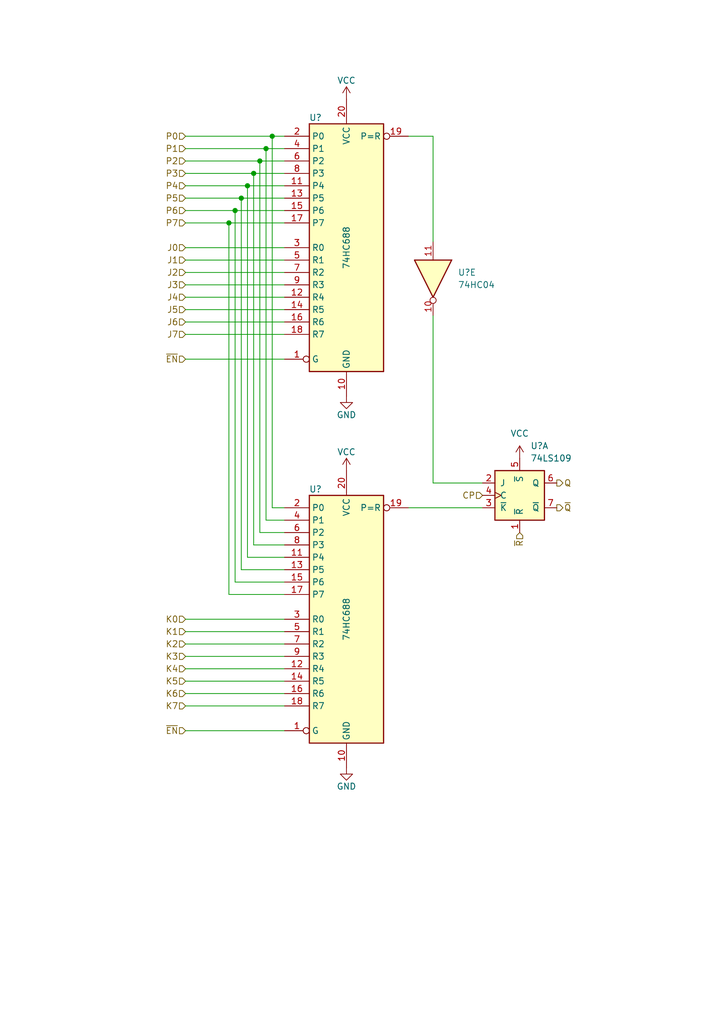
<source format=kicad_sch>
(kicad_sch (version 20231120) (generator "eeschema") (generator_version "8.0")
  (paper "A5" portrait)
  (lib_symbols
    (symbol "74xx:74HC04"
      (property "Reference" "U" (at 0 1.27 0))
      (property "Value" "74HC04" (at 0 -1.27 0))
      (symbol "74HC04_1_0"
        (polyline (pts (xy -3.81 3.81) (xy -3.81 -3.81) (xy 3.81 0) (xy -3.81 3.81)) (stroke (width 0.254)) (fill (type background)))
        (pin input line (at -7.62 0 0) (length 3.81) (name "~") (number "1"))
        (pin output inverted (at 7.62 0 180) (length 3.81) (name "~") (number "2"))
      )
      (symbol "74HC04_2_0"
        (polyline (pts (xy -3.81 3.81) (xy -3.81 -3.81) (xy 3.81 0) (xy -3.81 3.81)) (stroke (width 0.254)) (fill (type background)))
        (pin input line (at -7.62 0 0) (length 3.81) (name "~") (number "3"))
        (pin output inverted (at 7.62 0 180) (length 3.81) (name "~") (number "4"))
      )
      (symbol "74HC04_3_0"
        (polyline (pts (xy -3.81 3.81) (xy -3.81 -3.81) (xy 3.81 0) (xy -3.81 3.81)) (stroke (width 0.254)) (fill (type background)))
        (pin input line (at -7.62 0 0) (length 3.81) (name "~") (number "5"))
        (pin output inverted (at 7.62 0 180) (length 3.81) (name "~") (number "6"))
      )
      (symbol "74HC04_4_0"
        (polyline (pts (xy -3.81 3.81) (xy -3.81 -3.81) (xy 3.81 0) (xy -3.81 3.81)) (stroke (width 0.254)) (fill (type background)))
        (pin output inverted (at 7.62 0 180) (length 3.81) (name "~") (number "8"))
        (pin input line (at -7.62 0 0) (length 3.81) (name "~") (number "9"))
      )
      (symbol "74HC04_5_0"
        (polyline (pts (xy -3.81 3.81) (xy -3.81 -3.81) (xy 3.81 0) (xy -3.81 3.81)) (stroke (width 0.254)) (fill (type background)))
        (pin output inverted (at 7.62 0 180) (length 3.81) (name "~") (number "10"))
        (pin input line (at -7.62 0 0) (length 3.81) (name "~") (number "11"))
      )
      (symbol "74HC04_6_0"
        (polyline (pts (xy -3.81 3.81) (xy -3.81 -3.81) (xy 3.81 0) (xy -3.81 3.81)) (stroke (width 0.254)) (fill (type background)))
        (pin output inverted (at 7.62 0 180) (length 3.81) (name "~") (number "12"))
        (pin input line (at -7.62 0 0) (length 3.81) (name "~") (number "13"))
      )
      (symbol "74HC04_7_0"
        (pin power_in line (at 0 12.7 270) (length 5.08) (name "VCC") (number "14"))
        (pin power_in line (at 0 -12.7 90) (length 5.08) (name "GND") (number "7"))
      )
      (symbol "74HC04_7_1"
        (rectangle (start -5.08 7.62) (end 5.08 -7.62) (stroke (width 0.254)) (fill (type background)))
      )
    )
    (symbol "74xx:74HC688"
      (property "Reference" "U" (at -7.62 26.67 0))
      (property "Value" "74HC688" (at -7.62 -26.67 0))
      (symbol "74HC688_1_0"
        (pin input inverted (at -12.7 -22.86 0) (length 5.08) (name "G") (number "1"))
        (pin power_in line (at 0 -30.48 90) (length 5.08) (name "GND") (number "10"))
        (pin input line (at -12.7 12.7 0) (length 5.08) (name "P4") (number "11"))
        (pin input line (at -12.7 -10.16 0) (length 5.08) (name "R4") (number "12"))
        (pin input line (at -12.7 10.16 0) (length 5.08) (name "P5") (number "13"))
        (pin input line (at -12.7 -12.7 0) (length 5.08) (name "R5") (number "14"))
        (pin input line (at -12.7 7.62 0) (length 5.08) (name "P6") (number "15"))
        (pin input line (at -12.7 -15.24 0) (length 5.08) (name "R6") (number "16"))
        (pin input line (at -12.7 5.08 0) (length 5.08) (name "P7") (number "17"))
        (pin input line (at -12.7 -17.78 0) (length 5.08) (name "R7") (number "18"))
        (pin output inverted (at 12.7 22.86 180) (length 5.08) (name "P=R") (number "19"))
        (pin input line (at -12.7 22.86 0) (length 5.08) (name "P0") (number "2"))
        (pin power_in line (at 0 30.48 270) (length 5.08) (name "VCC") (number "20"))
        (pin input line (at -12.7 0 0) (length 5.08) (name "R0") (number "3"))
        (pin input line (at -12.7 20.32 0) (length 5.08) (name "P1") (number "4"))
        (pin input line (at -12.7 -2.54 0) (length 5.08) (name "R1") (number "5"))
        (pin input line (at -12.7 17.78 0) (length 5.08) (name "P2") (number "6"))
        (pin input line (at -12.7 -5.08 0) (length 5.08) (name "R2") (number "7"))
        (pin input line (at -12.7 15.24 0) (length 5.08) (name "P3") (number "8"))
        (pin input line (at -12.7 -7.62 0) (length 5.08) (name "R3") (number "9"))
      )
      (symbol "74HC688_1_1"
        (rectangle (start -7.62 25.4) (end 7.62 -25.4) (stroke (width 0.254)) (fill (type background)))
      )
    )
    (symbol "74xx:74LS109" (pin_names (offset 1.016))
      (property "Reference" "U" (at -7.62 8.89 0))
      (property "Value" "74LS109" (at -7.62 -8.89 0))
      (symbol "74LS109_1_0"
        (pin input line (at 0 -7.62 90) (length 2.54) (name "~{R}") (number "1"))
        (pin input line (at -7.62 2.54 0) (length 2.54) (name "J") (number "2"))
        (pin input line (at -7.62 -2.54 0) (length 2.54) (name "~{K}") (number "3"))
        (pin input clock (at -7.62 0 0) (length 2.54) (name "C") (number "4"))
        (pin input line (at 0 7.62 270) (length 2.54) (name "~{S}") (number "5"))
        (pin output line (at 7.62 2.54 180) (length 2.54) (name "Q") (number "6"))
        (pin output line (at 7.62 -2.54 180) (length 2.54) (name "~{Q}") (number "7"))
      )
      (symbol "74LS109_1_1"
        (rectangle (start -5.08 5.08) (end 5.08 -5.08) (stroke (width 0.254)) (fill (type background)))
      )
      (symbol "74LS109_2_0"
        (pin output line (at 7.62 2.54 180) (length 2.54) (name "Q") (number "10"))
        (pin input line (at 0 7.62 270) (length 2.54) (name "~{S}") (number "11"))
        (pin input clock (at -7.62 0 0) (length 2.54) (name "C") (number "12"))
        (pin input line (at -7.62 -2.54 0) (length 2.54) (name "~{K}") (number "13"))
        (pin input line (at -7.62 2.54 0) (length 2.54) (name "J") (number "14"))
        (pin input line (at 0 -7.62 90) (length 2.54) (name "~{R}") (number "15"))
        (pin output line (at 7.62 -2.54 180) (length 2.54) (name "~{Q}") (number "9"))
      )
      (symbol "74LS109_2_1"
        (rectangle (start -5.08 5.08) (end 5.08 -5.08) (stroke (width 0.254)) (fill (type background)))
      )
      (symbol "74LS109_3_0"
        (pin power_in line (at 0 10.16 270) (length 2.54) (name "VCC") (number "16"))
        (pin power_in line (at 0 -10.16 90) (length 2.54) (name "GND") (number "8"))
      )
      (symbol "74LS109_3_1"
        (rectangle (start -5.08 7.62) (end 5.08 -7.62) (stroke (width 0.254)) (fill (type background)))
      )
    )
    (symbol "power:GND" (power) (pin_numbers hide) (pin_names (offset 0) hide)
      (property "Value" "GND" (at 0 -3.81 0))
      (symbol "GND_0_1"
        (polyline (pts (xy 0 0) (xy 0 -1.27) (xy 1.27 -1.27) (xy 0 -2.54) (xy -1.27 -1.27) (xy 0 -1.27)))
      )
      (symbol "GND_1_1"
        (pin power_in line (at 0 0 270) (length 0) (name "~") (number "1"))
      )
    )
    (symbol "power:VCC" (power) (pin_numbers hide) (pin_names (offset 0) hide)
      (property "Value" "VCC" (at 0 3.556 0))
      (symbol "VCC_0_1"
        (polyline (pts (xy -0.762 1.27) (xy 0 2.54)))
        (polyline (pts (xy 0 0) (xy 0 2.54)))
        (polyline (pts (xy 0 2.54) (xy 0.762 1.27)))
      )
      (symbol "VCC_1_1"
        (pin power_in line (at 0 0 90) (length 0) (name "~") (number "1"))
      )
    )
  )
  (junction (at 54.61 30.48))
  (junction (at 46.99 45.72))
  (junction (at 48.26 43.18))
  (junction (at 52.07 35.56))
  (junction (at 50.8 38.1))
  (junction (at 49.53 40.64))
  (junction (at 55.88 27.94))
  (junction (at 53.34 33.02))
  (wire (pts (xy 88.9 27.94) (xy 88.9 49.53)))
  (wire (pts (xy 46.99 45.72) (xy 58.42 45.72)))
  (wire (pts (xy 38.1 53.34) (xy 58.42 53.34)))
  (wire (pts (xy 38.1 60.96) (xy 58.42 60.96)))
  (wire (pts (xy 38.1 40.64) (xy 49.53 40.64)))
  (wire (pts (xy 38.1 30.48) (xy 54.61 30.48)))
  (wire (pts (xy 38.1 43.18) (xy 48.26 43.18)))
  (wire (pts (xy 48.26 43.18) (xy 58.42 43.18)))
  (wire (pts (xy 49.53 40.64) (xy 58.42 40.64)))
  (wire (pts (xy 38.1 50.8) (xy 58.42 50.8)))
  (wire (pts (xy 38.1 139.7) (xy 58.42 139.7)))
  (wire (pts (xy 38.1 27.94) (xy 55.88 27.94)))
  (wire (pts (xy 38.1 149.86) (xy 58.42 149.86)))
  (wire (pts (xy 50.8 38.1) (xy 58.42 38.1)))
  (wire (pts (xy 54.61 30.48) (xy 58.42 30.48)))
  (wire (pts (xy 38.1 38.1) (xy 50.8 38.1)))
  (wire (pts (xy 38.1 45.72) (xy 46.99 45.72)))
  (wire (pts (xy 38.1 137.16) (xy 58.42 137.16)))
  (wire (pts (xy 38.1 127) (xy 58.42 127)))
  (wire (pts (xy 38.1 58.42) (xy 58.42 58.42)))
  (wire (pts (xy 58.42 121.92) (xy 46.99 121.92)))
  (wire (pts (xy 38.1 68.58) (xy 58.42 68.58)))
  (wire (pts (xy 88.9 64.77) (xy 88.9 99.06)))
  (wire (pts (xy 53.34 109.22) (xy 58.42 109.22)))
  (wire (pts (xy 52.07 111.76) (xy 52.07 35.56)))
  (wire (pts (xy 38.1 33.02) (xy 53.34 33.02)))
  (wire (pts (xy 48.26 119.38) (xy 58.42 119.38)))
  (wire (pts (xy 38.1 144.78) (xy 58.42 144.78)))
  (wire (pts (xy 50.8 38.1) (xy 50.8 114.3)))
  (wire (pts (xy 49.53 116.84) (xy 49.53 40.64)))
  (wire (pts (xy 54.61 106.68) (xy 54.61 30.48)))
  (wire (pts (xy 55.88 27.94) (xy 55.88 104.14)))
  (wire (pts (xy 52.07 35.56) (xy 58.42 35.56)))
  (wire (pts (xy 46.99 121.92) (xy 46.99 45.72)))
  (wire (pts (xy 38.1 142.24) (xy 58.42 142.24)))
  (wire (pts (xy 50.8 114.3) (xy 58.42 114.3)))
  (wire (pts (xy 83.82 104.14) (xy 99.06 104.14)))
  (wire (pts (xy 38.1 66.04) (xy 58.42 66.04)))
  (wire (pts (xy 55.88 104.14) (xy 58.42 104.14)))
  (wire (pts (xy 58.42 111.76) (xy 52.07 111.76)))
  (wire (pts (xy 48.26 43.18) (xy 48.26 119.38)))
  (wire (pts (xy 38.1 134.62) (xy 58.42 134.62)))
  (wire (pts (xy 58.42 106.68) (xy 54.61 106.68)))
  (wire (pts (xy 38.1 132.08) (xy 58.42 132.08)))
  (wire (pts (xy 38.1 63.5) (xy 58.42 63.5)))
  (wire (pts (xy 38.1 129.54) (xy 58.42 129.54)))
  (wire (pts (xy 53.34 33.02) (xy 53.34 109.22)))
  (wire (pts (xy 38.1 35.56) (xy 52.07 35.56)))
  (wire (pts (xy 83.82 27.94) (xy 88.9 27.94)))
  (wire (pts (xy 58.42 116.84) (xy 49.53 116.84)))
  (wire (pts (xy 55.88 27.94) (xy 58.42 27.94)))
  (wire (pts (xy 88.9 99.06) (xy 99.06 99.06)))
  (wire (pts (xy 38.1 73.66) (xy 58.42 73.66)))
  (wire (pts (xy 38.1 55.88) (xy 58.42 55.88)))
  (wire (pts (xy 53.34 33.02) (xy 58.42 33.02)))
  (hierarchical_label "~{EN}" (shape input) (at 38.1 73.66 180))
  (hierarchical_label "K4" (shape input) (at 38.1 137.16 180))
  (hierarchical_label "K6" (shape input) (at 38.1 142.24 180))
  (hierarchical_label "P2" (shape input) (at 38.1 33.02 180))
  (hierarchical_label "~{Q}" (shape output) (at 114.3 104.14 0))
  (hierarchical_label "K0" (shape input) (at 38.1 127 180))
  (hierarchical_label "K1" (shape input) (at 38.1 129.54 180))
  (hierarchical_label "P5" (shape input) (at 38.1 40.64 180))
  (hierarchical_label "P7" (shape input) (at 38.1 45.72 180))
  (hierarchical_label "Q" (shape output) (at 114.3 99.06 0))
  (hierarchical_label "P4" (shape input) (at 38.1 38.1 180))
  (hierarchical_label "K3" (shape input) (at 38.1 134.62 180))
  (hierarchical_label "P6" (shape input) (at 38.1 43.18 180))
  (hierarchical_label "J3" (shape input) (at 38.1 58.42 180))
  (hierarchical_label "J5" (shape input) (at 38.1 63.5 180))
  (hierarchical_label "J4" (shape input) (at 38.1 60.96 180))
  (hierarchical_label "J1" (shape input) (at 38.1 53.34 180))
  (hierarchical_label "~{EN}" (shape input) (at 38.1 149.86 180))
  (hierarchical_label "~{R}" (shape input) (at 106.68 109.22 270))
  (hierarchical_label "J2" (shape input) (at 38.1 55.88 180))
  (hierarchical_label "P3" (shape input) (at 38.1 35.56 180))
  (hierarchical_label "J6" (shape input) (at 38.1 66.04 180))
  (hierarchical_label "K7" (shape input) (at 38.1 144.78 180))
  (hierarchical_label "K5" (shape input) (at 38.1 139.7 180))
  (hierarchical_label "CP" (shape input) (at 99.06 101.6 180))
  (hierarchical_label "J0" (shape input) (at 38.1 50.8 180))
  (hierarchical_label "P1" (shape input) (at 38.1 30.48 180))
  (hierarchical_label "J7" (shape input) (at 38.1 68.58 180))
  (hierarchical_label "K2" (shape input) (at 38.1 132.08 180))
  (hierarchical_label "P0" (shape input) (at 38.1 27.94 180))
  (symbol (lib_id "74xx:74LS109") (at 106.68 101.6 0) (unit 1)
    (property "Reference" "U?" (at 108.8741 91.44 0) (effects (justify left)))
    (property "Value" "74LS109" (at 108.8741 93.98 0) (effects (justify left)))
    (property "Datasheet" "http://www.ti.com/lit/gpn/sn74LS109" (effects (hide yes)))
    (property "Description" "Dual JK Flip-Flop, Set & Reset" (effects (hide yes)))
  )
  (symbol (lib_id "power:GND") (at 71.12 157.48 0) (unit 1)
    (property "Reference" "#PWR?" (effects (hide yes)))
    (property "Value" "GND" (at 71.12 161.29 0))
    (property "Description" "Power symbol creates a global label with name \"GND\" , ground" (effects (hide yes)))
  )
  (symbol (lib_id "74xx:74HC688") (at 71.12 50.8 0) (unit 1)
    (property "Reference" "U?" (at 64.77 24.13 0))
    (property "Value" "74HC688" (at 71.12 50.8 90))
    (property "Datasheet" "https://www.ti.com/lit/ds/symlink/cd54hc688.pdf" (effects (hide yes)))
    (property "Description" "8-bit magnitude comparator" (effects (hide yes)))
  )
  (symbol (lib_id "power:GND") (at 71.12 81.28 0) (unit 1)
    (property "Reference" "#PWR?" (effects (hide yes)))
    (property "Value" "GND" (at 71.12 85.09 0))
    (property "Description" "Power symbol creates a global label with name \"GND\" , ground" (effects (hide yes)))
  )
  (symbol (lib_id "74xx:74HC688") (at 71.12 127 0) (unit 1)
    (property "Reference" "U?" (at 64.77 100.33 0))
    (property "Value" "74HC688" (at 71.12 127 90))
    (property "Datasheet" "https://www.ti.com/lit/ds/symlink/cd54hc688.pdf" (effects (hide yes)))
    (property "Description" "8-bit magnitude comparator" (effects (hide yes)))
  )
  (symbol (lib_id "power:VCC") (at 106.68 93.98 0) (unit 1)
    (property "Reference" "#PWR?" (effects (hide yes)))
    (property "Value" "VCC" (at 106.68 88.9 0))
    (property "Description" "Power symbol creates a global label with name \"VCC\"" (effects (hide yes)))
  )
  (symbol (lib_id "power:VCC") (at 71.12 20.32 0) (unit 1)
    (property "Reference" "#PWR?" (effects (hide yes)))
    (property "Value" "VCC" (at 71.12 16.51 0))
    (property "Description" "Power symbol creates a global label with name \"VCC\"" (effects (hide yes)))
  )
  (symbol (lib_id "power:VCC") (at 71.12 96.52 0) (unit 1)
    (property "Reference" "#PWR?" (effects (hide yes)))
    (property "Value" "VCC" (at 71.12 92.71 0))
    (property "Description" "Power symbol creates a global label with name \"VCC\"" (effects (hide yes)))
  )
  (symbol (lib_id "74xx:74HC04") (at 88.9 57.15 270) (unit 5)
    (property "Reference" "U?" (at 93.98 55.8799 90) (effects (justify left)))
    (property "Value" "74HC04" (at 93.98 58.4199 90) (effects (justify left)))
    (property "Datasheet" "https://assets.nexperia.com/documents/data-sheet/74HC_HCT04.pdf" (effects (hide yes)))
    (property "Description" "Hex Inverter" (effects (hide yes)))
    (instances (project "" (path "" (reference "U?") (unit 5)) (path "" (reference "U?") (unit 5)) (path "" (reference "U?") (unit 4)) (path "" (reference "U?") (unit 6))))
  )
)
</source>
